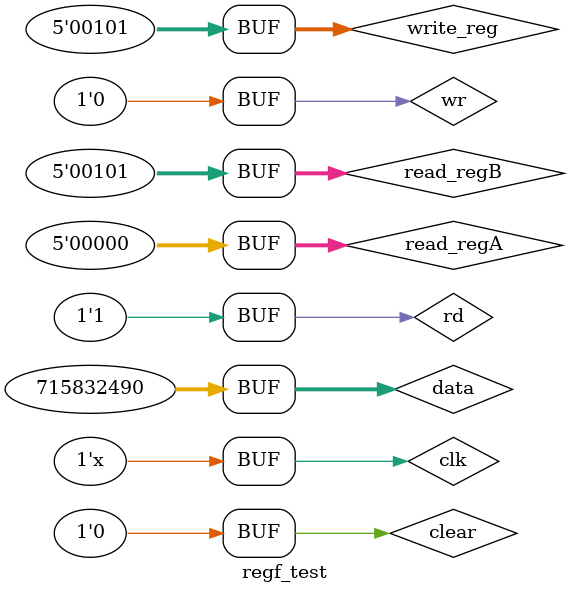
<source format=v>
`timescale 1ns / 1ps


module regf_test(  );
reg [31:0]data;

reg [4:0]read_regA,
         read_regB,
         write_reg;
         
reg  clk,
     clear,
     wr,
     rd;

wire [31:0]readA,
           readB;


register_file t1(clk,read_regA,read_regB,readA,readB,write_reg,data,clear,wr,rd);

initial 

begin
clk =1'b0;

data =32'h0;
read_regA=0;
read_regB=0;
write_reg=0;

clear=1'b1;
wr=1'b0;
rd=1'b0;

#100
 
 clear =1'b0;
 #20;
      wr=1'b1;   
      rd=1'b0;
      data =31'h123abc01;
      write_reg = 5'h00;
      
  #20;    
     data =31'haaaabcaa;
     write_reg =5'h05;
  
  #20 
     wr=1'b0; 
     rd=1'b1;
     read_regA=5'h00;
     read_regB=5'h05;
  end
 

always
 begin 
  #10 clk =~clk;
end
 
endmodule

</source>
